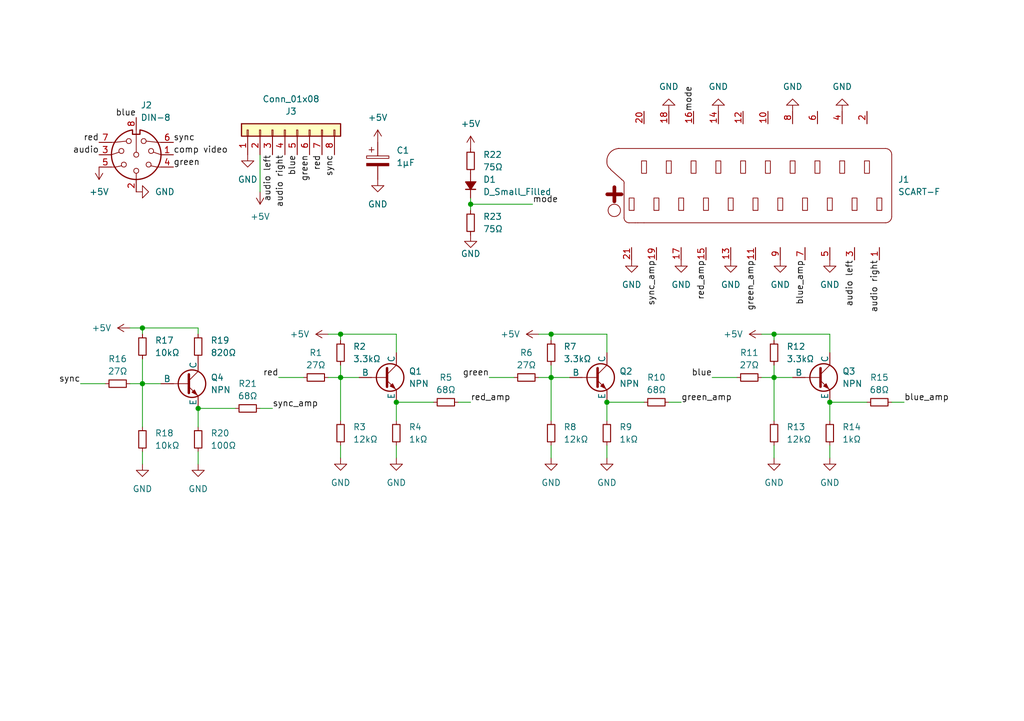
<source format=kicad_sch>
(kicad_sch (version 20230121) (generator eeschema)
  (paper "A5")
  (title_block (title "SEGA R.V.B Adapter Board") (rev "v0b") (comment 1 "The wires of a male DIN8 Cable should be soldered to J3 ") (comment 2 "and converts them to SCART") (comment 3 "Converts the raw unamplified RBG signals from a Master System II "))
  (lib_symbols
    (symbol "Connector:DIN-8" (pin_names (offset 1.016))
      (property "Reference" "J" (at 3.175 5.715 0))
      (property "Value" "DIN-8" (at 2.032 -5.842 0))
      (symbol "DIN-8_0_1"
        (arc (start -5.08 0) (mid -3.8609 -3.3364) (end -0.762 -5.08) (stroke (width 0.254)))
        (circle (center -3.048 -0.762) (radius 0.508))
        (circle (center -2.54 2.032) (radius 0.508))
        (circle (center -1.524 -2.794) (radius 0.508))
        (polyline (pts (xy -5.08 0) (xy -3.556 -0.508)))
        (polyline (pts (xy 0 -0.508) (xy 0 -5.08)))
        (polyline (pts (xy 0 5.08) (xy 0 3.81)))
        (polyline (pts (xy 5.08 0) (xy 3.556 -0.508)))
        (polyline (pts (xy -5.08 -2.54) (xy -4.318 -2.54) (xy -2.032 -2.794)))
        (polyline (pts (xy -5.08 2.54) (xy -4.318 2.54) (xy -3.048 2.286)))
        (polyline (pts (xy 5.08 -2.54) (xy 4.318 -2.54) (xy 2.032 -2.794)))
        (polyline (pts (xy 5.08 2.54) (xy 4.318 2.54) (xy 3.048 2.286)))
        (polyline (pts (xy -0.762 -4.953) (xy -0.762 -4.191) (xy 0.762 -4.191) (xy 0.762 -4.953)) (stroke (width 0.254)))
        (circle (center 0 0) (radius 0.508))
        (circle (center 0 3.302) (radius 0.508))
        (arc (start 0.762 -5.08) (mid 3.8685 -3.343) (end 5.08 0) (stroke (width 0.254)))
        (circle (center 1.524 -2.794) (radius 0.508))
        (circle (center 2.54 2.032) (radius 0.508))
        (circle (center 3.048 -0.762) (radius 0.508))
        (arc (start 5.08 0) (mid 0 5.0579) (end -5.08 0) (stroke (width 0.254)))
      )
      (symbol "DIN-8_1_1"
        (pin passive line (at -7.62 0 0) (length 2.54) (name "~") (number "1"))
        (pin passive line (at 0 7.62 270) (length 2.54) (name "~") (number "2"))
        (pin passive line (at 7.62 0 180) (length 2.54) (name "~") (number "3"))
        (pin passive line (at -7.62 2.54 0) (length 2.54) (name "~") (number "4"))
        (pin passive line (at 7.62 2.54 180) (length 2.54) (name "~") (number "5"))
        (pin passive line (at -7.62 -2.54 0) (length 2.54) (name "~") (number "6"))
        (pin passive line (at 7.62 -2.54 180) (length 2.54) (name "~") (number "7"))
        (pin passive line (at 0 -7.62 90) (length 2.54) (name "~") (number "8"))
      )
    )
    (symbol "Connector:SCART-F" (pin_names (offset 0.762) hide)
      (property "Reference" "J" (at 0 31.75 0))
      (property "Value" "SCART-F" (at 1.016 -29.21 0))
      (symbol "SCART-F_0_1"
        (arc (start -7.62 -26.67) (mid -7.248 -27.568) (end -6.35 -27.94))
        (arc (start -6.604 26.9494) (mid -7.3224 26.6518) (end -7.62 25.9334))
        (rectangle (start -5.08 -24.892) (end -2.54 -25.908))
        (rectangle (start -5.08 -19.812) (end -2.54 -20.828))
        (rectangle (start -5.08 -14.732) (end -2.54 -15.748))
        (rectangle (start -5.08 -9.652) (end -2.54 -10.668))
        (rectangle (start -5.08 -4.572) (end -2.54 -5.588))
        (rectangle (start -5.08 0.508) (end -2.54 -0.508))
        (rectangle (start -5.08 5.588) (end -2.54 4.572))
        (rectangle (start -5.08 10.668) (end -2.54 9.652))
        (rectangle (start -5.08 15.748) (end -2.54 14.732))
        (rectangle (start -5.08 20.828) (end -2.54 19.812))
        (rectangle (start -5.08 25.908) (end -2.54 24.892))
        (circle (center -5.08 28.956) (radius 1.27))
        (polyline (pts (xy -7.62 22.86) (xy -7.62 -26.67)))
        (polyline (pts (xy -7.62 22.86) (xy -7.62 24.13)))
        (polyline (pts (xy -7.62 24.6634) (xy -7.62 24.13)))
        (polyline (pts (xy -7.62 24.6634) (xy -7.62 25.9334)))
        (polyline (pts (xy -6.604 26.9494) (xy 0.508 26.9494)))
        (polyline (pts (xy -6.35 -27.94) (xy 6.35 -27.94)))
        (polyline (pts (xy 3.302 29.718) (xy 1.27 27.432)))
        (polyline (pts (xy 4.826 30.48) (xy 5.08 30.48)))
        (polyline (pts (xy 7.62 -26.67) (xy 7.62 28.2194)))
        (arc (start 0.508 26.924) (mid 0.9569 27.0702) (end 1.2192 27.4574))
        (rectangle (start 2.54 -22.352) (end 5.08 -23.368))
        (rectangle (start 2.54 -17.272) (end 5.08 -18.288))
        (rectangle (start 2.54 -12.192) (end 5.08 -13.208))
        (rectangle (start 2.54 -7.112) (end 5.08 -8.128))
        (rectangle (start 2.54 -2.032) (end 5.08 -3.048))
        (rectangle (start 2.54 3.048) (end 5.08 2.032))
        (rectangle (start 2.54 8.128) (end 5.08 7.112))
        (rectangle (start 2.54 13.208) (end 5.08 12.192))
        (rectangle (start 2.54 18.288) (end 5.08 17.272))
        (rectangle (start 2.54 23.368) (end 5.08 22.352))
        (arc (start 4.826 30.48) (mid 3.999 30.2726) (end 3.3782 29.6926))
        (arc (start 6.35 -27.94) (mid 7.248 -27.568) (end 7.62 -26.67))
        (arc (start 7.62 27.94) (mid 6.8761 29.7361) (end 5.08 30.48))
        (text "+" (at -1.778 29.21 0) (effects (font (size 3.81 3.81) bold)))
      )
      (symbol "SCART-F_1_1"
        (pin passive line (at -15.24 -25.4 0) (length 2.54) (name "P1") (number "1"))
        (pin passive line (at 15.24 -2.54 180) (length 2.54) (name "P10") (number "10"))
        (pin passive line (at -15.24 0 0) (length 2.54) (name "P11") (number "11"))
        (pin passive line (at 15.24 2.54 180) (length 2.54) (name "P12") (number "12"))
        (pin passive line (at -15.24 5.08 0) (length 2.54) (name "P13") (number "13"))
        (pin passive line (at 15.24 7.62 180) (length 2.54) (name "P14") (number "14"))
        (pin passive line (at -15.24 10.16 0) (length 2.54) (name "P15") (number "15"))
        (pin passive line (at 15.24 12.7 180) (length 2.54) (name "P16") (number "16"))
        (pin passive line (at -15.24 15.24 0) (length 2.54) (name "P17") (number "17"))
        (pin passive line (at 15.24 17.78 180) (length 2.54) (name "P18") (number "18"))
        (pin passive line (at -15.24 20.32 0) (length 2.54) (name "P19") (number "19"))
        (pin passive line (at 15.24 -22.86 180) (length 2.54) (name "P2") (number "2"))
        (pin passive line (at 15.24 22.86 180) (length 2.54) (name "P20") (number "20"))
        (pin passive line (at -15.24 25.4 0) (length 2.54) (name "P21") (number "21"))
        (pin passive line (at -15.24 -20.32 0) (length 2.54) (name "P3") (number "3"))
        (pin passive line (at 15.24 -17.78 180) (length 2.54) (name "P4") (number "4"))
        (pin passive line (at -15.24 -15.24 0) (length 2.54) (name "P5") (number "5"))
        (pin passive line (at 15.24 -12.7 180) (length 2.54) (name "P6") (number "6"))
        (pin passive line (at -15.24 -10.16 0) (length 2.54) (name "P7") (number "7"))
        (pin passive line (at 15.24 -7.62 180) (length 2.54) (name "P8") (number "8"))
        (pin passive line (at -15.24 -5.08 0) (length 2.54) (name "P9") (number "9"))
      )
    )
    (symbol "Connector_Generic:Conn_01x08" (pin_names (offset 1.016) hide)
      (property "Reference" "J" (at 0 10.16 0))
      (property "Value" "Conn_01x08" (at 0 -12.7 0))
      (symbol "Conn_01x08_1_1"
        (rectangle (start -1.27 -10.033) (end 0 -10.287) (stroke (width 0.1524)))
        (rectangle (start -1.27 -7.493) (end 0 -7.747) (stroke (width 0.1524)))
        (rectangle (start -1.27 -4.953) (end 0 -5.207) (stroke (width 0.1524)))
        (rectangle (start -1.27 -2.413) (end 0 -2.667) (stroke (width 0.1524)))
        (rectangle (start -1.27 0.127) (end 0 -0.127) (stroke (width 0.1524)))
        (rectangle (start -1.27 2.667) (end 0 2.413) (stroke (width 0.1524)))
        (rectangle (start -1.27 5.207) (end 0 4.953) (stroke (width 0.1524)))
        (rectangle (start -1.27 7.747) (end 0 7.493) (stroke (width 0.1524)))
        (rectangle (start -1.27 8.89) (end 1.27 -11.43) (stroke (width 0.254)) (fill (type background)))
        (pin passive line (at -5.08 7.62 0) (length 3.81) (name "Pin_1") (number "1"))
        (pin passive line (at -5.08 5.08 0) (length 3.81) (name "Pin_2") (number "2"))
        (pin passive line (at -5.08 2.54 0) (length 3.81) (name "Pin_3") (number "3"))
        (pin passive line (at -5.08 0 0) (length 3.81) (name "Pin_4") (number "4"))
        (pin passive line (at -5.08 -2.54 0) (length 3.81) (name "Pin_5") (number "5"))
        (pin passive line (at -5.08 -5.08 0) (length 3.81) (name "Pin_6") (number "6"))
        (pin passive line (at -5.08 -7.62 0) (length 3.81) (name "Pin_7") (number "7"))
        (pin passive line (at -5.08 -10.16 0) (length 3.81) (name "Pin_8") (number "8"))
      )
    )
    (symbol "Device:C_Polarized" (pin_numbers hide) (pin_names (offset 0.254))
      (property "Reference" "C" (at 0.635 2.54 0))
      (property "Value" "C_Polarized" (at 0.635 -2.54 0))
      (symbol "C_Polarized_0_1"
        (rectangle (start -2.286 0.508) (end 2.286 1.016))
        (polyline (pts (xy -1.778 2.286) (xy -0.762 2.286)))
        (polyline (pts (xy -1.27 2.794) (xy -1.27 1.778)))
        (rectangle (start 2.286 -0.508) (end -2.286 -1.016) (fill (type outline)))
      )
      (symbol "C_Polarized_1_1"
        (pin passive line (at 0 3.81 270) (length 2.794) (name "~") (number "1"))
        (pin passive line (at 0 -3.81 90) (length 2.794) (name "~") (number "2"))
      )
    )
    (symbol "Device:D_Small_Filled" (pin_numbers hide) (pin_names (offset 0.254) hide)
      (property "Reference" "D" (at -1.27 2.032 0))
      (property "Value" "D_Small_Filled" (at -3.81 -2.032 0))
      (symbol "D_Small_Filled_0_1"
        (polyline (pts (xy -0.762 -1.016) (xy -0.762 1.016)) (stroke (width 0.254)))
        (polyline (pts (xy -0.762 0) (xy 0.762 0)))
        (polyline (pts (xy 0.762 -1.016) (xy -0.762 0) (xy 0.762 1.016) (xy 0.762 -1.016)) (stroke (width 0.254)) (fill (type outline)))
      )
      (symbol "D_Small_Filled_1_1"
        (pin passive line (at -2.54 0 0) (length 1.778) (name "K") (number "1"))
        (pin passive line (at 2.54 0 180) (length 1.778) (name "A") (number "2"))
      )
    )
    (symbol "Device:R_Small" (pin_numbers hide) (pin_names (offset 0.254) hide)
      (property "Reference" "R" (at 0.762 0.508 0))
      (property "Value" "R_Small" (at 0.762 -1.016 0))
      (symbol "R_Small_0_1"
        (rectangle (start -0.762 1.778) (end 0.762 -1.778) (stroke (width 0.2032)))
      )
      (symbol "R_Small_1_1"
        (pin passive line (at 0 2.54 270) (length 0.762) (name "~") (number "1"))
        (pin passive line (at 0 -2.54 90) (length 0.762) (name "~") (number "2"))
      )
    )
    (symbol "Simulation_SPICE:NPN" (pin_numbers hide) (pin_names (offset 0))
      (property "Reference" "Q" (at -2.54 7.62 0))
      (property "Value" "NPN" (at -2.54 5.08 0))
      (symbol "NPN_0_1"
        (polyline (pts (xy -2.54 0) (xy 0.635 0)) (stroke (width 0.1524)))
        (polyline (pts (xy 0.635 0.635) (xy 2.54 2.54)))
        (polyline (pts (xy 2.794 -1.27) (xy 2.794 -1.27)) (stroke (width 0.1524)))
        (polyline (pts (xy 2.794 -1.27) (xy 2.794 -1.27)) (stroke (width 0.1524)))
        (polyline (pts (xy 0.635 -0.635) (xy 2.54 -2.54) (xy 2.54 -2.54)))
        (polyline (pts (xy 0.635 1.905) (xy 0.635 -1.905) (xy 0.635 -1.905)) (stroke (width 0.508)))
        (polyline (pts (xy 1.27 -1.778) (xy 1.778 -1.27) (xy 2.286 -2.286) (xy 1.27 -1.778) (xy 1.27 -1.778)) (fill (type outline)))
        (circle (center 1.27 0) (radius 2.8194) (stroke (width 0.254)))
      )
      (symbol "NPN_1_1"
        (pin open_collector line (at 2.54 5.08 270) (length 2.54) (name "C") (number "1"))
        (pin input line (at -5.08 0 0) (length 2.54) (name "B") (number "2"))
        (pin open_emitter line (at 2.54 -5.08 90) (length 2.54) (name "E") (number "3"))
      )
    )
    (symbol "power:+5V" (power) (pin_names (offset 0))
      (property "Value" "+5V" (at 0 3.556 0))
      (symbol "+5V_0_1"
        (polyline (pts (xy -0.762 1.27) (xy 0 2.54)))
        (polyline (pts (xy 0 0) (xy 0 2.54)))
        (polyline (pts (xy 0 2.54) (xy 0.762 1.27)))
      )
      (symbol "+5V_1_1"
        (pin power_in line (at 0 0 90) (length 0) hide (name "+5V") (number "1"))
      )
    )
    (symbol "power:GND" (power) (pin_names (offset 0))
      (property "Value" "GND" (at 0 -3.81 0))
      (symbol "GND_0_1"
        (polyline (pts (xy 0 0) (xy 0 -1.27) (xy 1.27 -1.27) (xy 0 -2.54) (xy -1.27 -1.27) (xy 0 -1.27)))
      )
      (symbol "GND_1_1"
        (pin power_in line (at 0 0 270) (length 0) hide (name "GND") (number "1"))
      )
    )
  )
  (junction (at 158.75 77.47))
  (junction (at 113.03 68.58))
  (junction (at 29.21 78.74))
  (junction (at 29.21 67.31))
  (junction (at 124.46 82.55))
  (junction (at 113.03 77.47))
  (junction (at 40.64 83.82))
  (junction (at 170.18 82.55))
  (junction (at 158.75 68.58))
  (junction (at 81.28 82.55))
  (junction (at 96.52 41.91))
  (junction (at 69.85 68.58))
  (junction (at 69.85 77.47))
  (wire (pts (xy 81.28 68.58) (xy 81.28 72.39)))
  (wire (pts (xy 69.85 68.58) (xy 81.28 68.58)))
  (wire (pts (xy 96.52 40.64) (xy 96.52 41.91)))
  (wire (pts (xy 69.85 74.93) (xy 69.85 77.47)))
  (wire (pts (xy 110.49 77.47) (xy 113.03 77.47)))
  (wire (pts (xy 67.31 77.47) (xy 69.85 77.47)))
  (wire (pts (xy 113.03 68.58) (xy 113.03 69.85)))
  (wire (pts (xy 109.22 41.91) (xy 96.52 41.91)))
  (wire (pts (xy 156.21 77.47) (xy 158.75 77.47)))
  (wire (pts (xy 26.67 78.74) (xy 29.21 78.74)))
  (wire (pts (xy 113.03 93.98) (xy 113.03 91.44)))
  (wire (pts (xy 113.03 74.93) (xy 113.03 77.47)))
  (wire (pts (xy 158.75 77.47) (xy 158.75 86.36)))
  (wire (pts (xy 132.08 82.55) (xy 124.46 82.55)))
  (wire (pts (xy 29.21 78.74) (xy 29.21 87.63)))
  (wire (pts (xy 113.03 77.47) (xy 113.03 86.36)))
  (wire (pts (xy 156.21 68.58) (xy 158.75 68.58)))
  (wire (pts (xy 110.49 68.58) (xy 113.03 68.58)))
  (wire (pts (xy 116.84 77.47) (xy 113.03 77.47)))
  (wire (pts (xy 16.51 78.74) (xy 21.59 78.74)))
  (wire (pts (xy 96.52 82.55) (xy 93.98 82.55)))
  (wire (pts (xy 29.21 68.58) (xy 29.21 67.31)))
  (wire (pts (xy 33.02 78.74) (xy 29.21 78.74)))
  (wire (pts (xy 88.9 82.55) (xy 81.28 82.55)))
  (wire (pts (xy 158.75 74.93) (xy 158.75 77.47)))
  (wire (pts (xy 40.64 67.31) (xy 40.64 68.58)))
  (wire (pts (xy 48.26 83.82) (xy 40.64 83.82)))
  (wire (pts (xy 170.18 86.36) (xy 170.18 82.55)))
  (wire (pts (xy 124.46 68.58) (xy 124.46 72.39)))
  (wire (pts (xy 113.03 68.58) (xy 124.46 68.58)))
  (wire (pts (xy 26.67 67.31) (xy 29.21 67.31)))
  (wire (pts (xy 67.31 68.58) (xy 69.85 68.58)))
  (wire (pts (xy 57.15 77.47) (xy 62.23 77.47)))
  (wire (pts (xy 69.85 77.47) (xy 69.85 86.36)))
  (wire (pts (xy 124.46 93.98) (xy 124.46 91.44)))
  (wire (pts (xy 40.64 95.25) (xy 40.64 92.71)))
  (wire (pts (xy 69.85 93.98) (xy 69.85 91.44)))
  (wire (pts (xy 96.52 41.91) (xy 96.52 43.18)))
  (wire (pts (xy 146.05 77.47) (xy 151.13 77.47)))
  (wire (pts (xy 29.21 67.31) (xy 40.64 67.31)))
  (wire (pts (xy 158.75 68.58) (xy 158.75 69.85)))
  (wire (pts (xy 73.66 77.47) (xy 69.85 77.47)))
  (wire (pts (xy 170.18 68.58) (xy 170.18 72.39)))
  (wire (pts (xy 170.18 93.98) (xy 170.18 91.44)))
  (wire (pts (xy 69.85 68.58) (xy 69.85 69.85)))
  (wire (pts (xy 29.21 73.66) (xy 29.21 78.74)))
  (wire (pts (xy 139.7 82.55) (xy 137.16 82.55)))
  (wire (pts (xy 124.46 86.36) (xy 124.46 82.55)))
  (wire (pts (xy 100.33 77.47) (xy 105.41 77.47)))
  (wire (pts (xy 185.42 82.55) (xy 182.88 82.55)))
  (wire (pts (xy 81.28 93.98) (xy 81.28 91.44)))
  (wire (pts (xy 158.75 93.98) (xy 158.75 91.44)))
  (wire (pts (xy 158.75 68.58) (xy 170.18 68.58)))
  (wire (pts (xy 81.28 86.36) (xy 81.28 82.55)))
  (wire (pts (xy 53.34 39.37) (xy 53.34 31.75)))
  (wire (pts (xy 55.88 83.82) (xy 53.34 83.82)))
  (wire (pts (xy 29.21 95.25) (xy 29.21 92.71)))
  (wire (pts (xy 40.64 87.63) (xy 40.64 83.82)))
  (wire (pts (xy 162.56 77.47) (xy 158.75 77.47)))
  (wire (pts (xy 177.8 82.55) (xy 170.18 82.55)))
  (label "sync" (at 35.56 29.21 0))
  (label "mode" (at 142.24 22.86 90))
  (label "green" (at 35.56 34.29 0))
  (label "sync_amp" (at 55.88 83.82 0))
  (label "green_amp" (at 139.7 82.55 0))
  (label "sync" (at 68.58 31.75 270))
  (label "audio left" (at 55.88 31.75 270))
  (label "blue_amp" (at 165.1 53.34 270))
  (label "green" (at 63.5 31.75 270))
  (label "red" (at 66.04 31.75 270))
  (label "green_amp" (at 154.94 53.34 270))
  (label "mode" (at 109.22 41.91 0))
  (label "sync" (at 16.51 78.74 180))
  (label "red_amp" (at 96.52 82.55 0))
  (label "audio right" (at 180.34 53.34 270))
  (label "blue_amp" (at 185.42 82.55 0))
  (label "audio left" (at 175.26 53.34 270))
  (label "green" (at 100.33 77.47 180))
  (label "comp video" (at 35.56 31.75 0))
  (label "red" (at 57.15 77.47 180))
  (label "red" (at 20.32 29.21 180))
  (label "audio" (at 20.32 31.75 180))
  (label "sync_amp" (at 134.62 53.34 270))
  (label "blue" (at 146.05 77.47 180))
  (label "blue" (at 60.96 31.75 270))
  (label "audio right" (at 58.42 31.75 270))
  (label "red_amp" (at 144.78 53.34 270))
  (label "blue" (at 27.94 24.13 180))
  (symbol (lib_id "Connector:SCART-F") (at 154.94 38.1 90) (unit 1)
    (property "Reference" "J1" (at 184.15 36.83 90) (effects (justify right)))
    (property "Value" "SCART-F" (at 184.15 39.37 90) (effects (justify right)))
    (property "Footprint" "Video:SCART" (effects hide))
    (property "Datasheet" " ~" (effects hide))
  )
  (symbol (lib_id "Device:R_Small") (at 50.8 83.82 90) (unit 1)
    (property "Reference" "R21" (at 50.8 78.74 90))
    (property "Value" "68Ω" (at 50.8 81.28 90))
    (property "Footprint" "PCM_Resistor_THT_AKL:R_Axial_DIN0207_L6.3mm_D2.5mm_P7.62mm_Horizontal" (effects hide))
  )
  (symbol (lib_id "power:GND") (at 124.46 93.98 0) (unit 1)
    (property "Reference" "#PWR015" (effects hide))
    (property "Value" "GND" (at 124.46 99.06 0))
  )
  (symbol (lib_id "Device:R_Small") (at 69.85 88.9 180) (unit 1)
    (property "Reference" "R3" (at 72.39 87.63 0) (effects (justify right)))
    (property "Value" "12kΩ" (at 72.39 90.17 0) (effects (justify right)))
    (property "Footprint" "PCM_Resistor_THT_AKL:R_Axial_DIN0207_L6.3mm_D2.5mm_P7.62mm_Horizontal" (effects hide))
  )
  (symbol (lib_id "Device:R_Small") (at 124.46 88.9 180) (unit 1)
    (property "Reference" "R9" (at 127 87.63 0) (effects (justify right)))
    (property "Value" "1kΩ" (at 127 90.17 0) (effects (justify right)))
    (property "Footprint" "PCM_Resistor_THT_AKL:R_Axial_DIN0207_L6.3mm_D2.5mm_P7.62mm_Horizontal" (effects hide))
  )
  (symbol (lib_id "power:GND") (at 147.32 22.86 180) (unit 1)
    (property "Reference" "#PWR029" (effects hide))
    (property "Value" "GND" (at 147.32 17.78 0))
  )
  (symbol (lib_id "power:GND") (at 170.18 53.34 0) (unit 1)
    (property "Reference" "#PWR07" (effects hide))
    (property "Value" "GND" (at 170.18 58.42 0))
  )
  (symbol (lib_id "Device:R_Small") (at 158.75 88.9 180) (unit 1)
    (property "Reference" "R13" (at 161.29 87.63 0) (effects (justify right)))
    (property "Value" "12kΩ" (at 161.29 90.17 0) (effects (justify right)))
    (property "Footprint" "PCM_Resistor_THT_AKL:R_Axial_DIN0207_L6.3mm_D2.5mm_P7.62mm_Horizontal" (effects hide))
  )
  (symbol (lib_id "power:GND") (at 158.75 93.98 0) (unit 1)
    (property "Reference" "#PWR017" (effects hide))
    (property "Value" "GND" (at 158.75 99.06 0))
  )
  (symbol (lib_id "power:+5V") (at 26.67 67.31 90) (mirror x) (unit 1)
    (property "Reference" "#PWR020" (effects hide))
    (property "Value" "+5V" (at 22.86 67.31 90) (effects (justify left)))
  )
  (symbol (lib_id "power:GND") (at 29.21 95.25 0) (unit 1)
    (property "Reference" "#PWR021" (effects hide))
    (property "Value" "GND" (at 29.21 100.33 0))
  )
  (symbol (lib_id "Device:R_Small") (at 91.44 82.55 90) (unit 1)
    (property "Reference" "R5" (at 91.44 77.47 90))
    (property "Value" "68Ω" (at 91.44 80.01 90))
    (property "Footprint" "PCM_Resistor_THT_AKL:R_Axial_DIN0207_L6.3mm_D2.5mm_P7.62mm_Horizontal" (effects hide))
  )
  (symbol (lib_id "power:GND") (at 69.85 93.98 0) (unit 1)
    (property "Reference" "#PWR011" (effects hide))
    (property "Value" "GND" (at 69.85 99.06 0))
  )
  (symbol (lib_id "Device:R_Small") (at 107.95 77.47 90) (unit 1)
    (property "Reference" "R6" (at 107.95 72.39 90))
    (property "Value" "27Ω" (at 107.95 74.93 90))
    (property "Footprint" "PCM_Resistor_THT_AKL:R_Axial_DIN0207_L6.3mm_D2.5mm_P7.62mm_Horizontal" (effects hide))
  )
  (symbol (lib_id "power:GND") (at 129.54 53.34 0) (unit 1)
    (property "Reference" "#PWR03" (effects hide))
    (property "Value" "GND" (at 129.54 58.42 0))
  )
  (symbol (lib_id "power:+5V") (at 156.21 68.58 90) (mirror x) (unit 1)
    (property "Reference" "#PWR016" (effects hide))
    (property "Value" "+5V" (at 152.4 68.58 90) (effects (justify left)))
  )
  (symbol (lib_id "Device:R_Small") (at 134.62 82.55 90) (unit 1)
    (property "Reference" "R10" (at 134.62 77.47 90))
    (property "Value" "68Ω" (at 134.62 80.01 90))
    (property "Footprint" "PCM_Resistor_THT_AKL:R_Axial_DIN0207_L6.3mm_D2.5mm_P7.62mm_Horizontal" (effects hide))
  )
  (symbol (lib_id "Device:R_Small") (at 113.03 72.39 0) (unit 1)
    (property "Reference" "R7" (at 115.57 71.12 0) (effects (justify left)))
    (property "Value" "3.3kΩ" (at 115.57 73.66 0) (effects (justify left)))
    (property "Footprint" "PCM_Resistor_THT_AKL:R_Axial_DIN0207_L6.3mm_D2.5mm_P7.62mm_Horizontal" (effects hide))
  )
  (symbol (lib_id "power:GND") (at 137.16 22.86 180) (unit 1)
    (property "Reference" "#PWR04" (effects hide))
    (property "Value" "GND" (at 137.16 17.78 0))
  )
  (symbol (lib_id "Device:D_Small_Filled") (at 96.52 38.1 90) (unit 1)
    (property "Reference" "D1" (at 99.06 36.83 90) (effects (justify right)))
    (property "Value" "D_Small_Filled" (at 99.06 39.37 90) (effects (justify right)))
    (property "Footprint" "Diode_THT:D_DO-34_SOD68_P7.62mm_Horizontal" (effects hide))
    (property "Sim.Device" "D" (effects hide))
    (property "Sim.Pins" "1=K 2=A" (effects hide))
  )
  (symbol (lib_id "power:GND") (at 172.72 22.86 180) (unit 1)
    (property "Reference" "#PWR06" (effects hide))
    (property "Value" "GND" (at 172.72 17.78 0))
  )
  (symbol (lib_id "Device:R_Small") (at 29.21 71.12 0) (unit 1)
    (property "Reference" "R17" (at 31.75 69.85 0) (effects (justify left)))
    (property "Value" "10kΩ" (at 31.75 72.39 0) (effects (justify left)))
    (property "Footprint" "PCM_Resistor_THT_AKL:R_Axial_DIN0207_L6.3mm_D2.5mm_P7.62mm_Horizontal" (effects hide))
  )
  (symbol (lib_id "power:+5V") (at 96.52 30.48 0) (mirror y) (unit 1)
    (property "Reference" "#PWR023" (effects hide))
    (property "Value" "+5V" (at 96.52 25.4 0))
  )
  (symbol (lib_id "Device:C_Polarized") (at 77.47 33.02 0) (unit 1)
    (property "Reference" "C1" (at 81.28 30.861 0) (effects (justify left)))
    (property "Value" "1µF" (at 81.28 33.401 0) (effects (justify left)))
    (property "Footprint" "Capacitor_THT:CP_Radial_D5.0mm_P2.50mm" (effects hide))
  )
  (symbol (lib_id "power:GND") (at 149.86 53.34 0) (unit 1)
    (property "Reference" "#PWR09" (effects hide))
    (property "Value" "GND" (at 149.86 58.42 0))
  )
  (symbol (lib_id "Device:R_Small") (at 180.34 82.55 90) (unit 1)
    (property "Reference" "R15" (at 180.34 77.47 90))
    (property "Value" "68Ω" (at 180.34 80.01 90))
    (property "Footprint" "PCM_Resistor_THT_AKL:R_Axial_DIN0207_L6.3mm_D2.5mm_P7.62mm_Horizontal" (effects hide))
  )
  (symbol (lib_id "power:+5V") (at 77.47 29.21 0) (mirror y) (unit 1)
    (property "Reference" "#PWR028" (effects hide))
    (property "Value" "+5V" (at 77.47 24.13 0))
  )
  (symbol (lib_id "power:+5V") (at 110.49 68.58 90) (mirror x) (unit 1)
    (property "Reference" "#PWR013" (effects hide))
    (property "Value" "+5V" (at 106.68 68.58 90) (effects (justify left)))
  )
  (symbol (lib_id "Simulation_SPICE:NPN") (at 167.64 77.47 0) (unit 1)
    (property "Reference" "Q3" (at 172.72 76.2 0) (effects (justify left)))
    (property "Value" "NPN" (at 172.72 78.74 0) (effects (justify left)))
    (property "Footprint" "PCM_Package_TO_SOT_THT_AKL:TO-92L_HandSolder" (effects hide))
    (property "Sim.Device" "NPN" (effects hide))
    (property "Sim.Type" "GUMMELPOON" (effects hide))
    (property "Sim.Pins" "1=C 2=B 3=E" (effects hide))
  )
  (symbol (lib_id "power:GND") (at 139.7 53.34 0) (unit 1)
    (property "Reference" "#PWR05" (effects hide))
    (property "Value" "GND" (at 139.7 58.42 0))
  )
  (symbol (lib_id "power:GND") (at 170.18 93.98 0) (unit 1)
    (property "Reference" "#PWR018" (effects hide))
    (property "Value" "GND" (at 170.18 99.06 0))
  )
  (symbol (lib_id "power:+5V") (at 53.34 39.37 0) (mirror x) (unit 1)
    (property "Reference" "#PWR026" (effects hide))
    (property "Value" "+5V" (at 53.34 44.45 0))
  )
  (symbol (lib_id "power:GND") (at 77.47 36.83 0) (unit 1)
    (property "Reference" "#PWR027" (effects hide))
    (property "Value" "GND" (at 77.47 41.91 0))
  )
  (symbol (lib_id "Simulation_SPICE:NPN") (at 78.74 77.47 0) (unit 1)
    (property "Reference" "Q1" (at 83.82 76.2 0) (effects (justify left)))
    (property "Value" "NPN" (at 83.82 78.74 0) (effects (justify left)))
    (property "Footprint" "PCM_Package_TO_SOT_THT_AKL:TO-92L_HandSolder" (effects hide))
    (property "Sim.Device" "NPN" (effects hide))
    (property "Sim.Type" "GUMMELPOON" (effects hide))
    (property "Sim.Pins" "1=C 2=B 3=E" (effects hide))
  )
  (symbol (lib_id "Device:R_Small") (at 158.75 72.39 0) (unit 1)
    (property "Reference" "R12" (at 161.29 71.12 0) (effects (justify left)))
    (property "Value" "3.3kΩ" (at 161.29 73.66 0) (effects (justify left)))
    (property "Footprint" "PCM_Resistor_THT_AKL:R_Axial_DIN0207_L6.3mm_D2.5mm_P7.62mm_Horizontal" (effects hide))
  )
  (symbol (lib_id "Device:R_Small") (at 153.67 77.47 90) (unit 1)
    (property "Reference" "R11" (at 153.67 72.39 90))
    (property "Value" "27Ω" (at 153.67 74.93 90))
    (property "Footprint" "PCM_Resistor_THT_AKL:R_Axial_DIN0207_L6.3mm_D2.5mm_P7.62mm_Horizontal" (effects hide))
  )
  (symbol (lib_id "Device:R_Small") (at 24.13 78.74 90) (unit 1)
    (property "Reference" "R16" (at 24.13 73.66 90))
    (property "Value" "27Ω" (at 24.13 76.2 90))
    (property "Footprint" "PCM_Resistor_THT_AKL:R_Axial_DIN0207_L6.3mm_D2.5mm_P7.62mm_Horizontal" (effects hide))
  )
  (symbol (lib_id "Device:R_Small") (at 81.28 88.9 180) (unit 1)
    (property "Reference" "R4" (at 83.82 87.63 0) (effects (justify right)))
    (property "Value" "1kΩ" (at 83.82 90.17 0) (effects (justify right)))
    (property "Footprint" "PCM_Resistor_THT_AKL:R_Axial_DIN0207_L6.3mm_D2.5mm_P7.62mm_Horizontal" (effects hide))
  )
  (symbol (lib_id "power:GND") (at 27.94 39.37 90) (unit 1)
    (property "Reference" "#PWR01" (effects hide))
    (property "Value" "GND" (at 31.75 39.37 90) (effects (justify right)))
  )
  (symbol (lib_id "Device:R_Small") (at 170.18 88.9 180) (unit 1)
    (property "Reference" "R14" (at 172.72 87.63 0) (effects (justify right)))
    (property "Value" "1kΩ" (at 172.72 90.17 0) (effects (justify right)))
    (property "Footprint" "PCM_Resistor_THT_AKL:R_Axial_DIN0207_L6.3mm_D2.5mm_P7.62mm_Horizontal" (effects hide))
  )
  (symbol (lib_id "Device:R_Small") (at 96.52 33.02 0) (unit 1)
    (property "Reference" "R22" (at 99.06 31.75 0) (effects (justify left)))
    (property "Value" "75Ω" (at 99.06 34.29 0) (effects (justify left)))
    (property "Footprint" "PCM_Resistor_THT_AKL:R_Axial_DIN0207_L6.3mm_D2.5mm_P7.62mm_Horizontal" (effects hide))
  )
  (symbol (lib_id "Device:R_Small") (at 96.52 45.72 0) (unit 1)
    (property "Reference" "R23" (at 99.06 44.45 0) (effects (justify left)))
    (property "Value" "75Ω" (at 99.06 46.99 0) (effects (justify left)))
    (property "Footprint" "PCM_Resistor_THT_AKL:R_Axial_DIN0207_L6.3mm_D2.5mm_P7.62mm_Horizontal" (effects hide))
  )
  (symbol (lib_id "power:+5V") (at 67.31 68.58 90) (mirror x) (unit 1)
    (property "Reference" "#PWR010" (effects hide))
    (property "Value" "+5V" (at 63.5 68.58 90) (effects (justify left)))
  )
  (symbol (lib_id "power:GND") (at 81.28 93.98 0) (unit 1)
    (property "Reference" "#PWR012" (effects hide))
    (property "Value" "GND" (at 81.28 99.06 0))
  )
  (symbol (lib_id "Device:R_Small") (at 69.85 72.39 0) (unit 1)
    (property "Reference" "R2" (at 72.39 71.12 0) (effects (justify left)))
    (property "Value" "3.3kΩ" (at 72.39 73.66 0) (effects (justify left)))
    (property "Footprint" "PCM_Resistor_THT_AKL:R_Axial_DIN0207_L6.3mm_D2.5mm_P7.62mm_Horizontal" (effects hide))
  )
  (symbol (lib_id "power:GND") (at 40.64 95.25 0) (unit 1)
    (property "Reference" "#PWR022" (effects hide))
    (property "Value" "GND" (at 40.64 100.33 0))
  )
  (symbol (lib_id "power:GND") (at 113.03 93.98 0) (unit 1)
    (property "Reference" "#PWR014" (effects hide))
    (property "Value" "GND" (at 113.03 99.06 0))
  )
  (symbol (lib_id "Simulation_SPICE:NPN") (at 38.1 78.74 0) (unit 1)
    (property "Reference" "Q4" (at 43.18 77.47 0) (effects (justify left)))
    (property "Value" "NPN" (at 43.18 80.01 0) (effects (justify left)))
    (property "Footprint" "PCM_Package_TO_SOT_THT_AKL:TO-92L_HandSolder" (effects hide))
    (property "Sim.Device" "NPN" (effects hide))
    (property "Sim.Type" "GUMMELPOON" (effects hide))
    (property "Sim.Pins" "1=C 2=B 3=E" (effects hide))
  )
  (symbol (lib_id "Connector:DIN-8") (at 27.94 31.75 180) (unit 1)
    (property "Reference" "J2" (at 28.8289 21.59 0) (effects (justify right)))
    (property "Value" "DIN-8" (at 28.8289 24.13 0) (effects (justify right)))
    (property "Datasheet" "http://www.mouser.com/ds/2/18/40_c091_abd_e-75918.pdf" (effects hide))
  )
  (symbol (lib_id "Simulation_SPICE:NPN") (at 121.92 77.47 0) (unit 1)
    (property "Reference" "Q2" (at 127 76.2 0) (effects (justify left)))
    (property "Value" "NPN" (at 127 78.74 0) (effects (justify left)))
    (property "Footprint" "PCM_Package_TO_SOT_THT_AKL:TO-92L_HandSolder" (effects hide))
    (property "Sim.Device" "NPN" (effects hide))
    (property "Sim.Type" "GUMMELPOON" (effects hide))
    (property "Sim.Pins" "1=C 2=B 3=E" (effects hide))
  )
  (symbol (lib_id "Device:R_Small") (at 113.03 88.9 180) (unit 1)
    (property "Reference" "R8" (at 115.57 87.63 0) (effects (justify right)))
    (property "Value" "12kΩ" (at 115.57 90.17 0) (effects (justify right)))
    (property "Footprint" "PCM_Resistor_THT_AKL:R_Axial_DIN0207_L6.3mm_D2.5mm_P7.62mm_Horizontal" (effects hide))
  )
  (symbol (lib_id "power:+5V") (at 20.32 34.29 0) (mirror x) (unit 1)
    (property "Reference" "#PWR02" (effects hide))
    (property "Value" "+5V" (at 20.32 39.37 0))
  )
  (symbol (lib_id "power:GND") (at 160.02 53.34 0) (unit 1)
    (property "Reference" "#PWR08" (effects hide))
    (property "Value" "GND" (at 160.02 58.42 0))
  )
  (symbol (lib_id "power:GND") (at 50.8 31.75 0) (unit 1)
    (property "Reference" "#PWR025" (effects hide))
    (property "Value" "GND" (at 50.8 36.83 0))
  )
  (symbol (lib_id "Device:R_Small") (at 29.21 90.17 180) (unit 1)
    (property "Reference" "R18" (at 31.75 88.9 0) (effects (justify right)))
    (property "Value" "10kΩ" (at 31.75 91.44 0) (effects (justify right)))
    (property "Footprint" "PCM_Resistor_THT_AKL:R_Axial_DIN0207_L6.3mm_D2.5mm_P7.62mm_Horizontal" (effects hide))
  )
  (symbol (lib_id "power:GND") (at 96.52 48.26 0) (unit 1)
    (property "Reference" "#PWR024" (effects hide))
    (property "Value" "GND" (at 96.52 52.07 0))
  )
  (symbol (lib_id "Device:R_Small") (at 40.64 71.12 0) (unit 1)
    (property "Reference" "R19" (at 43.18 69.85 0) (effects (justify left)))
    (property "Value" "820Ω" (at 43.18 72.39 0) (effects (justify left)))
    (property "Footprint" "PCM_Resistor_THT_AKL:R_Axial_DIN0207_L6.3mm_D2.5mm_P7.62mm_Horizontal" (effects hide))
  )
  (symbol (lib_id "power:GND") (at 162.56 22.86 180) (unit 1)
    (property "Reference" "#PWR019" (effects hide))
    (property "Value" "GND" (at 162.56 17.78 0))
  )
  (symbol (lib_id "Device:R_Small") (at 64.77 77.47 90) (unit 1)
    (property "Reference" "R1" (at 64.77 72.39 90))
    (property "Value" "27Ω" (at 64.77 74.93 90))
    (property "Footprint" "PCM_Resistor_THT_AKL:R_Axial_DIN0207_L6.3mm_D2.5mm_P7.62mm_Horizontal" (effects hide))
  )
  (symbol (lib_id "Connector_Generic:Conn_01x08") (at 58.42 26.67 90) (unit 1)
    (property "Reference" "J3" (at 59.69 22.86 90))
    (property "Value" "Conn_01x08" (at 59.69 20.32 90))
    (property "Footprint" "Connector_PinSocket_2.54mm:PinSocket_1x08_P2.54mm_Vertical" (effects hide))
  )
  (symbol (lib_id "Device:R_Small") (at 40.64 90.17 180) (unit 1)
    (property "Reference" "R20" (at 43.18 88.9 0) (effects (justify right)))
    (property "Value" "100Ω" (at 43.18 91.44 0) (effects (justify right)))
    (property "Footprint" "PCM_Resistor_THT_AKL:R_Axial_DIN0207_L6.3mm_D2.5mm_P7.62mm_Horizontal" (effects hide))
  )
)
</source>
